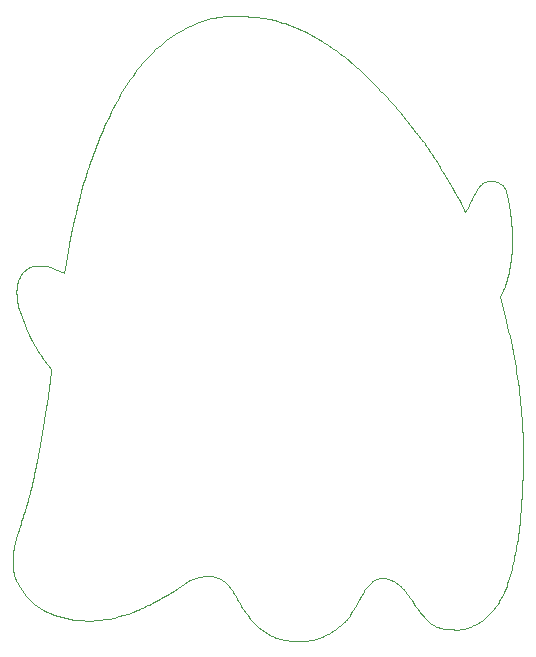
<source format=gm1>
G04 #@! TF.GenerationSoftware,KiCad,Pcbnew,7.0.1-0*
G04 #@! TF.CreationDate,2023-08-21T12:14:01+02:00*
G04 #@! TF.ProjectId,ghost,67686f73-742e-46b6-9963-61645f706362,rev?*
G04 #@! TF.SameCoordinates,Original*
G04 #@! TF.FileFunction,Profile,NP*
%FSLAX46Y46*%
G04 Gerber Fmt 4.6, Leading zero omitted, Abs format (unit mm)*
G04 Created by KiCad (PCBNEW 7.0.1-0) date 2023-08-21 12:14:01*
%MOMM*%
%LPD*%
G01*
G04 APERTURE LIST*
%ADD10C,0.056000*%
G04 #@! TA.AperFunction,Profile*
%ADD11C,0.056000*%
G04 #@! TD*
G04 APERTURE END LIST*
D10*
X162827780Y-78680176D02*
X162886190Y-78760161D01*
X162954485Y-78852356D01*
X162991788Y-78902319D01*
X163030901Y-78954480D01*
X163071605Y-79008552D01*
X163113678Y-79064252D01*
X163156901Y-79121293D01*
X163201053Y-79179391D01*
X163245914Y-79238261D01*
X163291264Y-79297618D01*
X163336882Y-79357176D01*
X163382549Y-79416651D01*
X163428044Y-79475757D01*
X163473147Y-79534210D01*
X163517637Y-79591725D01*
X163561295Y-79648015D01*
X163603901Y-79702797D01*
X163645233Y-79755785D01*
X163685072Y-79806695D01*
X163723197Y-79855240D01*
X163759388Y-79901136D01*
X163825089Y-79983842D01*
X163880412Y-80052530D01*
X163923596Y-80104922D01*
X163961755Y-80147963D01*
D11*
X132360877Y-100607385D02*
X132497095Y-99470750D01*
D10*
X151951187Y-122300527D02*
X151803990Y-122258909D01*
X151659908Y-122213943D01*
X151518807Y-122165504D01*
X151380556Y-122113466D01*
X151245020Y-122057703D01*
X151112068Y-121998091D01*
X150981565Y-121934502D01*
X150853381Y-121866812D01*
X150727380Y-121794895D01*
X150603432Y-121718625D01*
X150481402Y-121637878D01*
X150361158Y-121552526D01*
X150242567Y-121462445D01*
X150125496Y-121367509D01*
X150009813Y-121267593D01*
X149895384Y-121162570D01*
X149782076Y-121052316D01*
X149669758Y-120936704D01*
X149558295Y-120815609D01*
X149447555Y-120688906D01*
X149337406Y-120556468D01*
X149227713Y-120418171D01*
X149118346Y-120273889D01*
X149009169Y-120123495D01*
X148900052Y-119966865D01*
X148790860Y-119803873D01*
X148681461Y-119634393D01*
X148571722Y-119458300D01*
X148461511Y-119275468D01*
X148350694Y-119085771D01*
X148239138Y-118889084D01*
X148126712Y-118685282D01*
X131526223Y-90702426D02*
X131584480Y-90702595D01*
X131640651Y-90703122D01*
X131747195Y-90705349D01*
X131846784Y-90709309D01*
X131940343Y-90715207D01*
X132028800Y-90723247D01*
X132113083Y-90733632D01*
X132194117Y-90746568D01*
X132272830Y-90762257D01*
X132350150Y-90780903D01*
X132427002Y-90802712D01*
X132504316Y-90827886D01*
X132583016Y-90856631D01*
X132664032Y-90889149D01*
X132748288Y-90925644D01*
X132836714Y-90966322D01*
X132930236Y-91011386D01*
X132930236Y-91011386D02*
X132994470Y-91042660D01*
X133057176Y-91072668D01*
X133118016Y-91101269D01*
X133176654Y-91128326D01*
X133232754Y-91153700D01*
X133285979Y-91177251D01*
X133359691Y-91208857D01*
X133425044Y-91235583D01*
X133480903Y-91256960D01*
X133538652Y-91276333D01*
X133586151Y-91282015D01*
X134751274Y-85452257D02*
X134837097Y-85101844D01*
X134927264Y-84750071D01*
X135021642Y-84397260D01*
X135120098Y-84043735D01*
X135222499Y-83689819D01*
X135328710Y-83335836D01*
X135438599Y-82982110D01*
X135552032Y-82628963D01*
X135668876Y-82276720D01*
X135788997Y-81925703D01*
X135912263Y-81576236D01*
X136038539Y-81228644D01*
X136167693Y-80883248D01*
X136299591Y-80540373D01*
X136434099Y-80200343D01*
X136571085Y-79863480D01*
X136710415Y-79530108D01*
X136851955Y-79200550D01*
X136995573Y-78875131D01*
X137141135Y-78554173D01*
X137288507Y-78238000D01*
X137437556Y-77926936D01*
X137588150Y-77621303D01*
X137740153Y-77321426D01*
X137893434Y-77027628D01*
X138047859Y-76740232D01*
X138203294Y-76459562D01*
X138359606Y-76185941D01*
X138516662Y-75919694D01*
X138674328Y-75661142D01*
X138832471Y-75410610D01*
X138990958Y-75168422D01*
X131116284Y-108078952D02*
X131154382Y-107900864D01*
X131193583Y-107712888D01*
X131233783Y-107515654D01*
X131274875Y-107309795D01*
X131316755Y-107095941D01*
X131359318Y-106874723D01*
X131402457Y-106646775D01*
X131446069Y-106412726D01*
X131490048Y-106173209D01*
X131534288Y-105928854D01*
X131578685Y-105680294D01*
X131623133Y-105428160D01*
X131667527Y-105173084D01*
X131711762Y-104915696D01*
X131755733Y-104656628D01*
X131799335Y-104396512D01*
X131842461Y-104135979D01*
X131885008Y-103875662D01*
X131926870Y-103616190D01*
X131967942Y-103358196D01*
X132008118Y-103102311D01*
X132047294Y-102849167D01*
X132085364Y-102599395D01*
X132122223Y-102353626D01*
X132157766Y-102112493D01*
X132191887Y-101876626D01*
X132224482Y-101646657D01*
X132255445Y-101423217D01*
X132284671Y-101206939D01*
X132312055Y-100998453D01*
X132337492Y-100798391D01*
X132360877Y-100607385D01*
X148126712Y-118685282D02*
X148058799Y-118563189D01*
X147990635Y-118446005D01*
X147922146Y-118333682D01*
X147853258Y-118226174D01*
X147783899Y-118123435D01*
X147713996Y-118025417D01*
X147643476Y-117932074D01*
X147572265Y-117843358D01*
X147500292Y-117759223D01*
X147427482Y-117679623D01*
X147353763Y-117604511D01*
X147279061Y-117533839D01*
X147203305Y-117467561D01*
X147126420Y-117405630D01*
X147048334Y-117348000D01*
X146968973Y-117294623D01*
X146888265Y-117245453D01*
X146806137Y-117200444D01*
X146722516Y-117159548D01*
X146637328Y-117122718D01*
X146550501Y-117089908D01*
X146461961Y-117061072D01*
X146371637Y-117036161D01*
X146279453Y-117015130D01*
X146185339Y-116997932D01*
X146089220Y-116984520D01*
X145991024Y-116974847D01*
X145890677Y-116968866D01*
X145788107Y-116966531D01*
X145683240Y-116967795D01*
X145576004Y-116972611D01*
X145466326Y-116980933D01*
X167751823Y-85798728D02*
X167789682Y-85707585D01*
X167828767Y-85616341D01*
X167868975Y-85525163D01*
X167910204Y-85434218D01*
X167952352Y-85343672D01*
X167995317Y-85253694D01*
X168038994Y-85164449D01*
X168083283Y-85076105D01*
X168128081Y-84988829D01*
X168173285Y-84902788D01*
X168218793Y-84818148D01*
X168264503Y-84735078D01*
X168310311Y-84653744D01*
X168356116Y-84574313D01*
X168401816Y-84496952D01*
X168447307Y-84421829D01*
X168492487Y-84349110D01*
X168537254Y-84278961D01*
X168581505Y-84211552D01*
X168625138Y-84147047D01*
X168668051Y-84085615D01*
X168710140Y-84027422D01*
X168751305Y-83972636D01*
X168791441Y-83921424D01*
X168830447Y-83873951D01*
X168868221Y-83830387D01*
X168939659Y-83755649D01*
X169004938Y-83698545D01*
X169063237Y-83660413D01*
X163961755Y-80147963D02*
X164046755Y-80245258D01*
X164103346Y-80318959D01*
X164168565Y-80408110D01*
X164241835Y-80511773D01*
X164322581Y-80629008D01*
X164410227Y-80758877D01*
X164504198Y-80900441D01*
X164603918Y-81052761D01*
X164708813Y-81214899D01*
X164818305Y-81385916D01*
X164931820Y-81564873D01*
X165048783Y-81750832D01*
X165168617Y-81942852D01*
X165290747Y-82139997D01*
X165414598Y-82341327D01*
X165539594Y-82545902D01*
X165665159Y-82752786D01*
X165790719Y-82961038D01*
X165915697Y-83169720D01*
X166039518Y-83377893D01*
X166161606Y-83584618D01*
X166281387Y-83788957D01*
X166398284Y-83989971D01*
X166511721Y-84186721D01*
X166621124Y-84378268D01*
X166725917Y-84563674D01*
X166825525Y-84742000D01*
X166919371Y-84912306D01*
X167006880Y-85073655D01*
X167087477Y-85225107D01*
X167160587Y-85365725D01*
X171504288Y-87786951D02*
X171513125Y-87964873D01*
X171519386Y-88143597D01*
X171523102Y-88322935D01*
X171524303Y-88502700D01*
X171523020Y-88682705D01*
X171519284Y-88862763D01*
X171513124Y-89042686D01*
X171504572Y-89222288D01*
X171493658Y-89401381D01*
X171480413Y-89579779D01*
X171464866Y-89757293D01*
X171447050Y-89933737D01*
X171426994Y-90108924D01*
X171404729Y-90282666D01*
X171380285Y-90454777D01*
X171353694Y-90625068D01*
X171324985Y-90793354D01*
X171294189Y-90959446D01*
X171261337Y-91123158D01*
X171226460Y-91284303D01*
X171189587Y-91442693D01*
X171150750Y-91598141D01*
X171109979Y-91750460D01*
X171067305Y-91899463D01*
X171022758Y-92044963D01*
X170976368Y-92186772D01*
X170928167Y-92324703D01*
X170878185Y-92458570D01*
X170826452Y-92588184D01*
X170772999Y-92713360D01*
X170717857Y-92833909D01*
X170661057Y-92949645D01*
X170934289Y-84202615D02*
X170975751Y-84304505D01*
X170996838Y-84365632D01*
X171018104Y-84433170D01*
X171039502Y-84506840D01*
X171060988Y-84586360D01*
X171082519Y-84671450D01*
X171104048Y-84761829D01*
X171125531Y-84857215D01*
X171146925Y-84957328D01*
X171168183Y-85061886D01*
X171189262Y-85170609D01*
X171210116Y-85283216D01*
X171230701Y-85399425D01*
X171250972Y-85518956D01*
X171270885Y-85641528D01*
X171290395Y-85766860D01*
X171309457Y-85894670D01*
X171328027Y-86024679D01*
X171346059Y-86156604D01*
X171363510Y-86290165D01*
X171380334Y-86425081D01*
X171396487Y-86561071D01*
X171411924Y-86697854D01*
X171426601Y-86835149D01*
X171440472Y-86972676D01*
X171453493Y-87110152D01*
X171465620Y-87247297D01*
X171476808Y-87383831D01*
X171487011Y-87519472D01*
X171496186Y-87653938D01*
X171504288Y-87786951D01*
X145466326Y-116980933D02*
X145406074Y-116986929D01*
X145345730Y-116993990D01*
X145285355Y-117002093D01*
X145225010Y-117011215D01*
X145164756Y-117021335D01*
X145104654Y-117032430D01*
X145044765Y-117044477D01*
X144985150Y-117057455D01*
X144925870Y-117071342D01*
X144866987Y-117086114D01*
X144808560Y-117101750D01*
X144750652Y-117118228D01*
X144693323Y-117135525D01*
X144636635Y-117153619D01*
X144580648Y-117172487D01*
X144525424Y-117192108D01*
X144471023Y-117212459D01*
X144417506Y-117233519D01*
X144364935Y-117255264D01*
X144313371Y-117277672D01*
X144213507Y-117324390D01*
X144118403Y-117373494D01*
X144028545Y-117424807D01*
X143944424Y-117478150D01*
X143866527Y-117533346D01*
X143795344Y-117590216D01*
X130335463Y-91038644D02*
X130403487Y-90984430D01*
X130466414Y-90936323D01*
X130525520Y-90893962D01*
X130582078Y-90856988D01*
X130637365Y-90825041D01*
X130692655Y-90797761D01*
X130749224Y-90774787D01*
X130808345Y-90755760D01*
X130871294Y-90740320D01*
X130939347Y-90728106D01*
X131013777Y-90718759D01*
X131095860Y-90711919D01*
X131186872Y-90707226D01*
X131288086Y-90704319D01*
X131400778Y-90702839D01*
X131461826Y-90702521D01*
X131526223Y-90702426D01*
X163110515Y-119135486D02*
X163036716Y-119025919D01*
X162964811Y-118920689D01*
X162894686Y-118819688D01*
X162826229Y-118722809D01*
X162759327Y-118629946D01*
X162693867Y-118540991D01*
X162629738Y-118455836D01*
X162566826Y-118374375D01*
X162505019Y-118296501D01*
X162444205Y-118222105D01*
X162384271Y-118151081D01*
X162325104Y-118083323D01*
X162266593Y-118018721D01*
X162208623Y-117957170D01*
X162151084Y-117898563D01*
X162093861Y-117842791D01*
X162036844Y-117789748D01*
X161979919Y-117739327D01*
X161922973Y-117691420D01*
X161865895Y-117645921D01*
X161808571Y-117602721D01*
X161750890Y-117561715D01*
X161692738Y-117522794D01*
X161634003Y-117485851D01*
X161574572Y-117450780D01*
X161514334Y-117417473D01*
X161453175Y-117385823D01*
X161390983Y-117355723D01*
X161327645Y-117327065D01*
X161263049Y-117299742D01*
X161197082Y-117273648D01*
X161129633Y-117248675D01*
X169063237Y-83660413D02*
X169127382Y-83629346D01*
X169192674Y-83601815D01*
X169258959Y-83577776D01*
X169326088Y-83557184D01*
X169393909Y-83539997D01*
X169462271Y-83526170D01*
X169531022Y-83515659D01*
X169600012Y-83508421D01*
X169669090Y-83504412D01*
X169738103Y-83503588D01*
X169806902Y-83505905D01*
X169875334Y-83511320D01*
X169943249Y-83519788D01*
X170010496Y-83531267D01*
X170076922Y-83545711D01*
X170142379Y-83563077D01*
X170206713Y-83583322D01*
X170269773Y-83606401D01*
X170331410Y-83632271D01*
X170391471Y-83660889D01*
X170449805Y-83692209D01*
X170506262Y-83726189D01*
X170560689Y-83762784D01*
X170612937Y-83801951D01*
X170662853Y-83843646D01*
X170710286Y-83887825D01*
X170755086Y-83934445D01*
X170797101Y-83983461D01*
X170836180Y-84034830D01*
X170872171Y-84088507D01*
X170904925Y-84144450D01*
X170934289Y-84202615D01*
X133858265Y-89728169D02*
X133881176Y-89587001D01*
X133903170Y-89452256D01*
X133924372Y-89323339D01*
X133944903Y-89199656D01*
X133964890Y-89080614D01*
X133984455Y-88965621D01*
X134003722Y-88854081D01*
X134022816Y-88745402D01*
X134041860Y-88638991D01*
X134060979Y-88534253D01*
X134080296Y-88430595D01*
X134099935Y-88327425D01*
X134120021Y-88224147D01*
X134140676Y-88120169D01*
X134162026Y-88014898D01*
X134184194Y-87907739D01*
X134207303Y-87798100D01*
X134231479Y-87685386D01*
X134256845Y-87569005D01*
X134283524Y-87448363D01*
X134311641Y-87322866D01*
X134341320Y-87191921D01*
X134372685Y-87054935D01*
X134405859Y-86911313D01*
X134440967Y-86760462D01*
X134478132Y-86601790D01*
X134517479Y-86434702D01*
X134559131Y-86258605D01*
X134603213Y-86072905D01*
X134649848Y-85877010D01*
X134699160Y-85670325D01*
X134751274Y-85452257D01*
X161129633Y-117248675D02*
X161034621Y-117216755D01*
X160941378Y-117189777D01*
X160849818Y-117167797D01*
X160759858Y-117150871D01*
X160671411Y-117139055D01*
X160584395Y-117132405D01*
X160498724Y-117130976D01*
X160414313Y-117134826D01*
X160331078Y-117144008D01*
X160248935Y-117158581D01*
X160167798Y-117178598D01*
X160087584Y-117204117D01*
X160008206Y-117235194D01*
X159929582Y-117271883D01*
X159851626Y-117314242D01*
X159774254Y-117362326D01*
X159697381Y-117416190D01*
X159620922Y-117475892D01*
X159544793Y-117541486D01*
X159468909Y-117613030D01*
X159393185Y-117690578D01*
X159317538Y-117774186D01*
X159241882Y-117863911D01*
X159166132Y-117959809D01*
X159090205Y-118061935D01*
X159014016Y-118170345D01*
X158937479Y-118285096D01*
X158860510Y-118406243D01*
X158783025Y-118533842D01*
X158704939Y-118667949D01*
X158626168Y-118808620D01*
X158546627Y-118955911D01*
X129777736Y-112947987D02*
X129846827Y-112734124D01*
X129912583Y-112529979D01*
X129975161Y-112334979D01*
X130034718Y-112148548D01*
X130091412Y-111970114D01*
X130145401Y-111799103D01*
X130196843Y-111634942D01*
X130245895Y-111477056D01*
X130292716Y-111324872D01*
X130337462Y-111177816D01*
X130380291Y-111035315D01*
X130421362Y-110896795D01*
X130460831Y-110761682D01*
X130498857Y-110629403D01*
X130535597Y-110499384D01*
X130571210Y-110371051D01*
X130605851Y-110243831D01*
X130639681Y-110117150D01*
X130672855Y-109990434D01*
X130705532Y-109863109D01*
X130737870Y-109734603D01*
X130770026Y-109604341D01*
X130802158Y-109471750D01*
X130834424Y-109336255D01*
X130866980Y-109197284D01*
X130899986Y-109054263D01*
X130933599Y-108906617D01*
X130967976Y-108753774D01*
X131003275Y-108595160D01*
X131039655Y-108430200D01*
X131077271Y-108258322D01*
X131116284Y-108078952D01*
X130732477Y-96764477D02*
X130602436Y-96499069D01*
X130479978Y-96239151D01*
X130365105Y-95984733D01*
X130257815Y-95735824D01*
X130158111Y-95492431D01*
X130065992Y-95254565D01*
X129981459Y-95022233D01*
X129904514Y-94795445D01*
X129835155Y-94574210D01*
X129773385Y-94358536D01*
X129719204Y-94148432D01*
X129672611Y-93943908D01*
X129633609Y-93744971D01*
X129602197Y-93551631D01*
X129578377Y-93363897D01*
X129562148Y-93181777D01*
X129553511Y-93005280D01*
X129552467Y-92834416D01*
X129559017Y-92669192D01*
X129573162Y-92509619D01*
X129594901Y-92355704D01*
X129624235Y-92207456D01*
X129661165Y-92064885D01*
X129705693Y-91928000D01*
X129757817Y-91796808D01*
X129817539Y-91671319D01*
X129884860Y-91551542D01*
X129959780Y-91437486D01*
X130042299Y-91329159D01*
X130132419Y-91226570D01*
X130230140Y-91129729D01*
X130335463Y-91038644D01*
X129270000Y-115660000D02*
X129270112Y-115562627D01*
X129270499Y-115470033D01*
X129271234Y-115381820D01*
X129272392Y-115297593D01*
X129274047Y-115216955D01*
X129276273Y-115139509D01*
X129279145Y-115064859D01*
X129282736Y-114992609D01*
X129287121Y-114922362D01*
X129292374Y-114853722D01*
X129298569Y-114786293D01*
X129305781Y-114719679D01*
X129314083Y-114653482D01*
X129323550Y-114587307D01*
X129334256Y-114520757D01*
X129346275Y-114453436D01*
X129359682Y-114384948D01*
X129374550Y-114314895D01*
X129390954Y-114242882D01*
X129408968Y-114168513D01*
X129428667Y-114091391D01*
X129450124Y-114011119D01*
X129473414Y-113927302D01*
X129498610Y-113839542D01*
X129525788Y-113747444D01*
X129555021Y-113650611D01*
X129586383Y-113548647D01*
X129619949Y-113441156D01*
X129655794Y-113327740D01*
X129693990Y-113208004D01*
X129734612Y-113081552D01*
X129777736Y-112947987D01*
X131884923Y-98658867D02*
X131819759Y-98570546D01*
X131785763Y-98523121D01*
X131750923Y-98473682D01*
X131715312Y-98422351D01*
X131679005Y-98369247D01*
X131642075Y-98314494D01*
X131604596Y-98258212D01*
X131566643Y-98200522D01*
X131528288Y-98141547D01*
X131489606Y-98081407D01*
X131450670Y-98020224D01*
X131411555Y-97958119D01*
X131372334Y-97895214D01*
X131333081Y-97831630D01*
X131293871Y-97767489D01*
X131254776Y-97702911D01*
X131215870Y-97638019D01*
X131177229Y-97572934D01*
X131138925Y-97507777D01*
X131101032Y-97442669D01*
X131063624Y-97377732D01*
X131026775Y-97313088D01*
X130990559Y-97248857D01*
X130955050Y-97185162D01*
X130920321Y-97122123D01*
X130886447Y-97059862D01*
X130853501Y-96998501D01*
X130821557Y-96938160D01*
X130790689Y-96878961D01*
X130760971Y-96821026D01*
X130732477Y-96764477D01*
X172397289Y-109050953D02*
X172378418Y-109458001D01*
X172357292Y-109858500D01*
X172333921Y-110252390D01*
X172308317Y-110639607D01*
X172280489Y-111020091D01*
X172250449Y-111393780D01*
X172218207Y-111760612D01*
X172183775Y-112120526D01*
X172147164Y-112473461D01*
X172108383Y-112819354D01*
X172067445Y-113158144D01*
X172024359Y-113489770D01*
X171979137Y-113814169D01*
X171931790Y-114131281D01*
X171882328Y-114441044D01*
X171830762Y-114743396D01*
X171777103Y-115038275D01*
X171721363Y-115325620D01*
X171663551Y-115605370D01*
X171603679Y-115877463D01*
X171541757Y-116141837D01*
X171477797Y-116398431D01*
X171411809Y-116647183D01*
X171343803Y-116888032D01*
X171273792Y-117120915D01*
X171201786Y-117345772D01*
X171127795Y-117562541D01*
X171051831Y-117771160D01*
X170973904Y-117971567D01*
X170894025Y-118163702D01*
X170812205Y-118347502D01*
X170728456Y-118522907D01*
X129680824Y-117633493D02*
X129644704Y-117560277D01*
X129610763Y-117491059D01*
X129578934Y-117425513D01*
X129549148Y-117363314D01*
X129521338Y-117304136D01*
X129495437Y-117247655D01*
X129471376Y-117193545D01*
X129449088Y-117141480D01*
X129409560Y-117042187D01*
X129376311Y-116947174D01*
X129348800Y-116853839D01*
X129326484Y-116759580D01*
X129308822Y-116661795D01*
X129295272Y-116557881D01*
X129285293Y-116445238D01*
X129281473Y-116384830D01*
X129278343Y-116321263D01*
X129275834Y-116254212D01*
X129273880Y-116183353D01*
X129272412Y-116108360D01*
X129271363Y-116028907D01*
X129270665Y-115944670D01*
X129270250Y-115855324D01*
X129270051Y-115760542D01*
X129270000Y-115660000D01*
X143795344Y-117590216D02*
X143744466Y-117631439D01*
X143682187Y-117678262D01*
X143609167Y-117730311D01*
X143526067Y-117787215D01*
X143433548Y-117848603D01*
X143332269Y-117914103D01*
X143222894Y-117983343D01*
X143106081Y-118055952D01*
X142982492Y-118131558D01*
X142852787Y-118209789D01*
X142717628Y-118290275D01*
X142577675Y-118372642D01*
X142433589Y-118456520D01*
X142286030Y-118541538D01*
X142135661Y-118627323D01*
X141983140Y-118713503D01*
X141829130Y-118799708D01*
X141674291Y-118885565D01*
X141519283Y-118970704D01*
X141364768Y-119054751D01*
X141211406Y-119137337D01*
X141059858Y-119218089D01*
X140910785Y-119296635D01*
X140764847Y-119372604D01*
X140622707Y-119445625D01*
X140485023Y-119515325D01*
X140352457Y-119581333D01*
X140225671Y-119643278D01*
X140105323Y-119700787D01*
X139992077Y-119753490D01*
X139886591Y-119801015D01*
X139789528Y-119842990D01*
X158546627Y-118955911D02*
X158499037Y-119045015D01*
X158451293Y-119133361D01*
X158403702Y-119220417D01*
X158356578Y-119305650D01*
X158310230Y-119388530D01*
X158264969Y-119468524D01*
X158221106Y-119545101D01*
X158178951Y-119617730D01*
X158138816Y-119685878D01*
X158101011Y-119749015D01*
X158065846Y-119806608D01*
X158033634Y-119858127D01*
X157991529Y-119922850D01*
X157957812Y-119970915D01*
X157940514Y-119992818D01*
X167160587Y-85365725D02*
X167215503Y-85449731D01*
X167263641Y-85538014D01*
X167305942Y-85628031D01*
X167343343Y-85717237D01*
X167376784Y-85803090D01*
X167407204Y-85883046D01*
X167435542Y-85954561D01*
X167462737Y-86015093D01*
X167503439Y-86079732D01*
X167562472Y-86103737D01*
X167614428Y-86063977D01*
X167654483Y-86005196D01*
X167699968Y-85917627D01*
X167725041Y-85862253D01*
X167751823Y-85798728D01*
X170882907Y-94952286D02*
X170995335Y-95378834D01*
X171103554Y-95806205D01*
X171207565Y-96234409D01*
X171307369Y-96663452D01*
X171402966Y-97093342D01*
X171494358Y-97524089D01*
X171581545Y-97955701D01*
X171664528Y-98388185D01*
X171743308Y-98821550D01*
X171817887Y-99255804D01*
X171888264Y-99690955D01*
X171954441Y-100127012D01*
X172016418Y-100563982D01*
X172074198Y-101001874D01*
X172127779Y-101440697D01*
X172177164Y-101880458D01*
X172222353Y-102321165D01*
X172263347Y-102762827D01*
X172300147Y-103205452D01*
X172332754Y-103649049D01*
X172361168Y-104093625D01*
X172385391Y-104539188D01*
X172405424Y-104985748D01*
X172421267Y-105433311D01*
X172432921Y-105881887D01*
X172440387Y-106331483D01*
X172443666Y-106782108D01*
X172442759Y-107233770D01*
X172437667Y-107686478D01*
X172428391Y-108140238D01*
X172414931Y-108595060D01*
X172397289Y-109050953D01*
X133586151Y-91282015D02*
X133600564Y-91224537D01*
X133615883Y-91147547D01*
X133628584Y-91080169D01*
X133643113Y-91000881D01*
X133659331Y-90910479D01*
X133677098Y-90809760D01*
X133696275Y-90699519D01*
X133706349Y-90641077D01*
X133716722Y-90580554D01*
X133727378Y-90518049D01*
X133738300Y-90453662D01*
X133749469Y-90387492D01*
X133760868Y-90319638D01*
X133772481Y-90250201D01*
X133784289Y-90179281D01*
X133796275Y-90106975D01*
X133808421Y-90033385D01*
X133820711Y-89958610D01*
X133833126Y-89882749D01*
X133845650Y-89805902D01*
X133858265Y-89728169D01*
X156062098Y-121804566D02*
X155998397Y-121838753D01*
X155930497Y-121873725D01*
X155859006Y-121909227D01*
X155784528Y-121945004D01*
X155707672Y-121980800D01*
X155629043Y-122016359D01*
X155549249Y-122051426D01*
X155468895Y-122085746D01*
X155388590Y-122119064D01*
X155308939Y-122151123D01*
X155230549Y-122181668D01*
X155154027Y-122210445D01*
X155079980Y-122237197D01*
X155009014Y-122261669D01*
X154941736Y-122283606D01*
X154878753Y-122302753D01*
X146590907Y-69639550D02*
X146696417Y-69622764D01*
X146809596Y-69607747D01*
X146929934Y-69594473D01*
X147056921Y-69582918D01*
X147190049Y-69573058D01*
X147328808Y-69564869D01*
X147472689Y-69558327D01*
X147621183Y-69553408D01*
X147773780Y-69550088D01*
X147929972Y-69548343D01*
X148089249Y-69548149D01*
X148251102Y-69549481D01*
X148415021Y-69552315D01*
X148580499Y-69556628D01*
X148747024Y-69562396D01*
X148914089Y-69569594D01*
X149081183Y-69578197D01*
X149247799Y-69588184D01*
X149413425Y-69599528D01*
X149577554Y-69612206D01*
X149739677Y-69626194D01*
X149899283Y-69641468D01*
X150055863Y-69658003D01*
X150208910Y-69675776D01*
X150357912Y-69694763D01*
X150502362Y-69714940D01*
X150641749Y-69736281D01*
X150775565Y-69758764D01*
X150903301Y-69782365D01*
X151024446Y-69807058D01*
X151138493Y-69832821D01*
X151244932Y-69859629D01*
D11*
X132497095Y-99470750D02*
X131884923Y-98658867D01*
D10*
X154878753Y-122302753D02*
X154808445Y-122322048D01*
X154734424Y-122340092D01*
X154656924Y-122356885D01*
X154576179Y-122372428D01*
X154492425Y-122386720D01*
X154405895Y-122399761D01*
X154316825Y-122411552D01*
X154225450Y-122422094D01*
X154132004Y-122431385D01*
X154036723Y-122439426D01*
X153939840Y-122446218D01*
X153841590Y-122451761D01*
X153742209Y-122456054D01*
X153641932Y-122459099D01*
X153540992Y-122460894D01*
X153439624Y-122461441D01*
X153338064Y-122460739D01*
X153236546Y-122458789D01*
X153135306Y-122455591D01*
X153034576Y-122451145D01*
X152934593Y-122445451D01*
X152835592Y-122438510D01*
X152737806Y-122430321D01*
X152641471Y-122420884D01*
X152546821Y-122410201D01*
X152454092Y-122398270D01*
X152363518Y-122385093D01*
X152275333Y-122370670D01*
X152189773Y-122355000D01*
X152107072Y-122338083D01*
X152027465Y-122319921D01*
X151951187Y-122300513D01*
X167890737Y-121281543D02*
X167788139Y-121318149D01*
X167691684Y-121350791D01*
X167600183Y-121379613D01*
X167512449Y-121404758D01*
X167427294Y-121426372D01*
X167343531Y-121444598D01*
X167259970Y-121459581D01*
X167175426Y-121471466D01*
X167088709Y-121480396D01*
X166998632Y-121486516D01*
X166904008Y-121489972D01*
X166803648Y-121490905D01*
X166696365Y-121489463D01*
X166639756Y-121487895D01*
X166580971Y-121485787D01*
X166519861Y-121483158D01*
X166456278Y-121480024D01*
X166390073Y-121476405D01*
X166321099Y-121472318D01*
X139789528Y-119842990D02*
X139394837Y-120001267D01*
X138999504Y-120143627D01*
X138604101Y-120270194D01*
X138209200Y-120381095D01*
X137815375Y-120476453D01*
X137423198Y-120556394D01*
X137033242Y-120621043D01*
X136646079Y-120670525D01*
X136262281Y-120704966D01*
X135882422Y-120724491D01*
X135507073Y-120729224D01*
X135136809Y-120719292D01*
X134772200Y-120694818D01*
X134413819Y-120655929D01*
X134062240Y-120602749D01*
X133718035Y-120535403D01*
X133381776Y-120454017D01*
X133054037Y-120358716D01*
X132735389Y-120249625D01*
X132426404Y-120126869D01*
X132127657Y-119990573D01*
X131839719Y-119840863D01*
X131563163Y-119677864D01*
X131298562Y-119501700D01*
X131046488Y-119312497D01*
X130807513Y-119110380D01*
X130582211Y-118895474D01*
X130371153Y-118667904D01*
X130174913Y-118427796D01*
X129994063Y-118175275D01*
X129829176Y-117910465D01*
X129680824Y-117633493D01*
X157940514Y-119992818D02*
X157904037Y-120038669D01*
X157870878Y-120086636D01*
X157837117Y-120143896D01*
X157811849Y-120197242D01*
X157794872Y-120255719D01*
X157794113Y-120267142D01*
X157794113Y-120267142D02*
X157765380Y-120343510D01*
X157716889Y-120414616D01*
X157647827Y-120499305D01*
X157606358Y-120546053D01*
X157560679Y-120595370D01*
X157511099Y-120646980D01*
X157457929Y-120700608D01*
X157401480Y-120755977D01*
X157342061Y-120812812D01*
X157279985Y-120870837D01*
X157215561Y-120929777D01*
X157149100Y-120989355D01*
X157080913Y-121049297D01*
X157011309Y-121109327D01*
X156940601Y-121169168D01*
X156869097Y-121228546D01*
X156797109Y-121287185D01*
X156724947Y-121344808D01*
X156652922Y-121401140D01*
X156581345Y-121455907D01*
X156510525Y-121508831D01*
X156440774Y-121559637D01*
X156372402Y-121608050D01*
X156305720Y-121653794D01*
X156241037Y-121696593D01*
X156178666Y-121736172D01*
X156118916Y-121772255D01*
X156062098Y-121804566D01*
D11*
X170454033Y-93356597D02*
X170882907Y-94952286D01*
D10*
X151244932Y-69859629D02*
X151450035Y-69915914D01*
X151654589Y-69975244D01*
X151858592Y-70037616D01*
X152062040Y-70103029D01*
X152264932Y-70171482D01*
X152467265Y-70242973D01*
X152669036Y-70317502D01*
X152870242Y-70395066D01*
X153070883Y-70475665D01*
X153270954Y-70559297D01*
X153470454Y-70645961D01*
X153669379Y-70735655D01*
X153867728Y-70828379D01*
X154065498Y-70924131D01*
X154262686Y-71022909D01*
X154459290Y-71124713D01*
X154655308Y-71229541D01*
X154850736Y-71337391D01*
X155045573Y-71448263D01*
X155239816Y-71562155D01*
X155433462Y-71679065D01*
X155626509Y-71798993D01*
X155818955Y-71921937D01*
X156010797Y-72047896D01*
X156202032Y-72176869D01*
X156392658Y-72308853D01*
X156582672Y-72443849D01*
X156772073Y-72581854D01*
X156960857Y-72722867D01*
X157149022Y-72866887D01*
X157336565Y-73013913D01*
X157523485Y-73163944D01*
D11*
X170661057Y-92949645D02*
X170454033Y-93356597D01*
D10*
X138990958Y-75168422D02*
X139189251Y-74876804D01*
X139390259Y-74592718D01*
X139593963Y-74316178D01*
X139800345Y-74047197D01*
X140009386Y-73785789D01*
X140221068Y-73531967D01*
X140435372Y-73285745D01*
X140652280Y-73047136D01*
X140871773Y-72816153D01*
X141093832Y-72592811D01*
X141318439Y-72377122D01*
X141545575Y-72169101D01*
X141775222Y-71968760D01*
X142007362Y-71776113D01*
X142241975Y-71591174D01*
X142479044Y-71413956D01*
X142718549Y-71244472D01*
X142960472Y-71082737D01*
X143204795Y-70928763D01*
X143451498Y-70782564D01*
X143700564Y-70644154D01*
X143951974Y-70513546D01*
X144205710Y-70390754D01*
X144461752Y-70275790D01*
X144720082Y-70168670D01*
X144980682Y-70069405D01*
X145243533Y-69978010D01*
X145508617Y-69894498D01*
X145775915Y-69818882D01*
X146045408Y-69751176D01*
X146317078Y-69691394D01*
X146590907Y-69639550D01*
X157523485Y-73163944D02*
X157675906Y-73289467D01*
X157834037Y-73423057D01*
X157997394Y-73564210D01*
X158165490Y-73712420D01*
X158337842Y-73867184D01*
X158513965Y-74027997D01*
X158693372Y-74194355D01*
X158875580Y-74365753D01*
X159060104Y-74541687D01*
X159246457Y-74721653D01*
X159434157Y-74905147D01*
X159622717Y-75091664D01*
X159811652Y-75280699D01*
X160000478Y-75471750D01*
X160188709Y-75664310D01*
X160375862Y-75857876D01*
X160561450Y-76051943D01*
X160744988Y-76246007D01*
X160925993Y-76439565D01*
X161103978Y-76632110D01*
X161278459Y-76823140D01*
X161448951Y-77012150D01*
X161614969Y-77198634D01*
X161776028Y-77382090D01*
X161931643Y-77562013D01*
X162081329Y-77737898D01*
X162224601Y-77909241D01*
X162360975Y-78075538D01*
X162489964Y-78236284D01*
X162611085Y-78390975D01*
X162723851Y-78539107D01*
X162827780Y-78680176D01*
X166321099Y-121472318D02*
X166187535Y-121463135D01*
X166059290Y-121452144D01*
X165936046Y-121439114D01*
X165817487Y-121423814D01*
X165703293Y-121406012D01*
X165593149Y-121385478D01*
X165486736Y-121361980D01*
X165383737Y-121335287D01*
X165283834Y-121305169D01*
X165186710Y-121271394D01*
X165092048Y-121233731D01*
X164999530Y-121191949D01*
X164908838Y-121145817D01*
X164819656Y-121095104D01*
X164731665Y-121039579D01*
X164644549Y-120979011D01*
X164557989Y-120913168D01*
X164471668Y-120841820D01*
X164385269Y-120764736D01*
X164298475Y-120681684D01*
X164210967Y-120592433D01*
X164122428Y-120496753D01*
X164032542Y-120394412D01*
X163940990Y-120285179D01*
X163847454Y-120168824D01*
X163751619Y-120045114D01*
X163653165Y-119913820D01*
X163551776Y-119774710D01*
X163447133Y-119627552D01*
X163338921Y-119472116D01*
X163226820Y-119308171D01*
X163110515Y-119135486D01*
X170728456Y-118522907D02*
X170659601Y-118659439D01*
X170590014Y-118792193D01*
X170519641Y-118921221D01*
X170448427Y-119046577D01*
X170376316Y-119168314D01*
X170303256Y-119286485D01*
X170229189Y-119401143D01*
X170154063Y-119512341D01*
X170077822Y-119620134D01*
X170000412Y-119724573D01*
X169921777Y-119825712D01*
X169841863Y-119923604D01*
X169760616Y-120018302D01*
X169677980Y-120109861D01*
X169593901Y-120198332D01*
X169508324Y-120283769D01*
X169421195Y-120366225D01*
X169332458Y-120445753D01*
X169242060Y-120522408D01*
X169149944Y-120596240D01*
X169056057Y-120667305D01*
X168960344Y-120735655D01*
X168862751Y-120801344D01*
X168763221Y-120864424D01*
X168661701Y-120924948D01*
X168558136Y-120982971D01*
X168452472Y-121038545D01*
X168344653Y-121091723D01*
X168234624Y-121142559D01*
X168122332Y-121191105D01*
X168007721Y-121237415D01*
X167890737Y-121281543D01*
M02*

</source>
